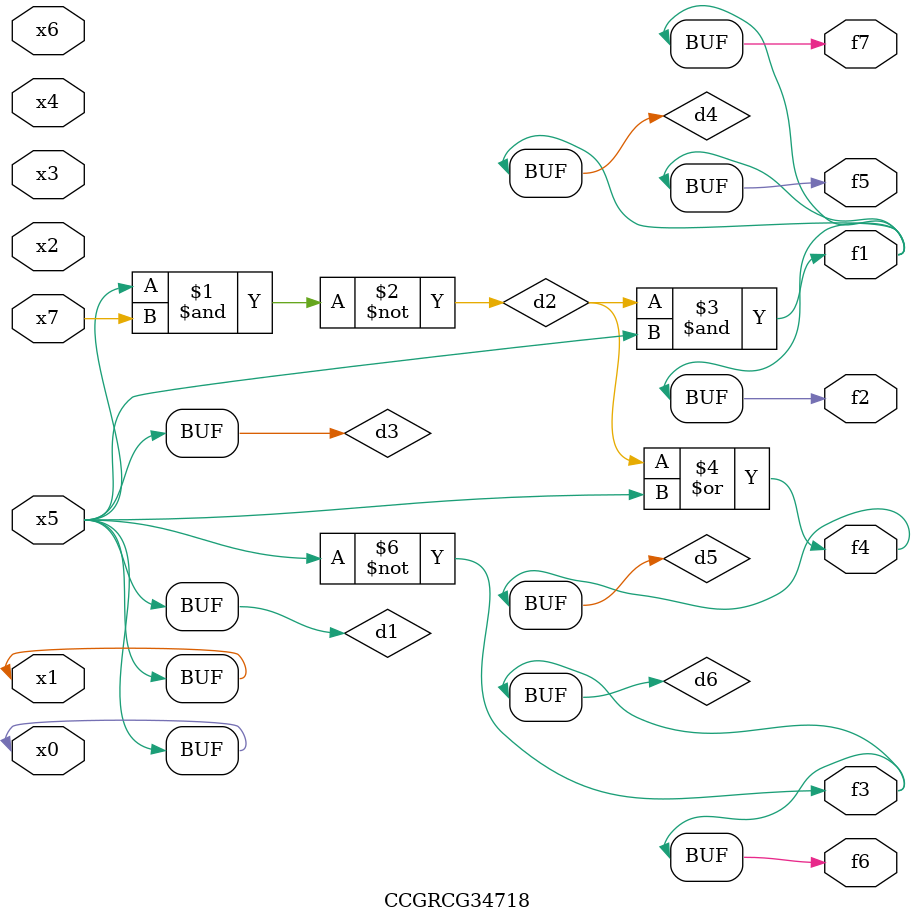
<source format=v>
module CCGRCG34718(
	input x0, x1, x2, x3, x4, x5, x6, x7,
	output f1, f2, f3, f4, f5, f6, f7
);

	wire d1, d2, d3, d4, d5, d6;

	buf (d1, x0, x5);
	nand (d2, x5, x7);
	buf (d3, x0, x1);
	and (d4, d2, d3);
	or (d5, d2, d3);
	nor (d6, d1, d3);
	assign f1 = d4;
	assign f2 = d4;
	assign f3 = d6;
	assign f4 = d5;
	assign f5 = d4;
	assign f6 = d6;
	assign f7 = d4;
endmodule

</source>
